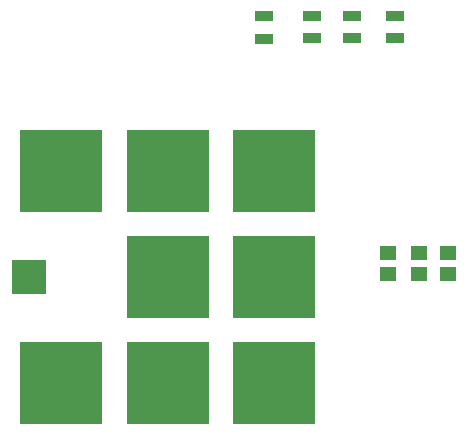
<source format=gtp>
G04*
G04 #@! TF.GenerationSoftware,Altium Limited,Altium Designer,22.0.2 (36)*
G04*
G04 Layer_Color=8421504*
%FSLAX25Y25*%
%MOIN*%
G70*
G04*
G04 #@! TF.SameCoordinates,E5DF6677-F1A3-40F0-8D4B-31E310C81F74*
G04*
G04*
G04 #@! TF.FilePolarity,Positive*
G04*
G01*
G75*
%ADD13R,0.06102X0.03740*%
%ADD14R,0.27559X0.27559*%
%ADD15R,0.11811X0.11811*%
%ADD16R,0.05709X0.04528*%
D13*
X138976Y170472D02*
D03*
Y162992D02*
D03*
X95361Y162893D02*
D03*
Y170373D02*
D03*
X111319Y162992D02*
D03*
Y170472D02*
D03*
X124606Y163091D02*
D03*
Y170571D02*
D03*
D14*
X98622Y48031D02*
D03*
X27756Y118898D02*
D03*
X63189Y48031D02*
D03*
Y83465D02*
D03*
Y118898D02*
D03*
X98622Y83465D02*
D03*
X27756Y48031D02*
D03*
X98622Y118898D02*
D03*
D15*
X16929Y83465D02*
D03*
D16*
X147000Y91500D02*
D03*
Y84413D02*
D03*
X156500Y91500D02*
D03*
Y84413D02*
D03*
X136500Y91587D02*
D03*
Y84500D02*
D03*
M02*

</source>
